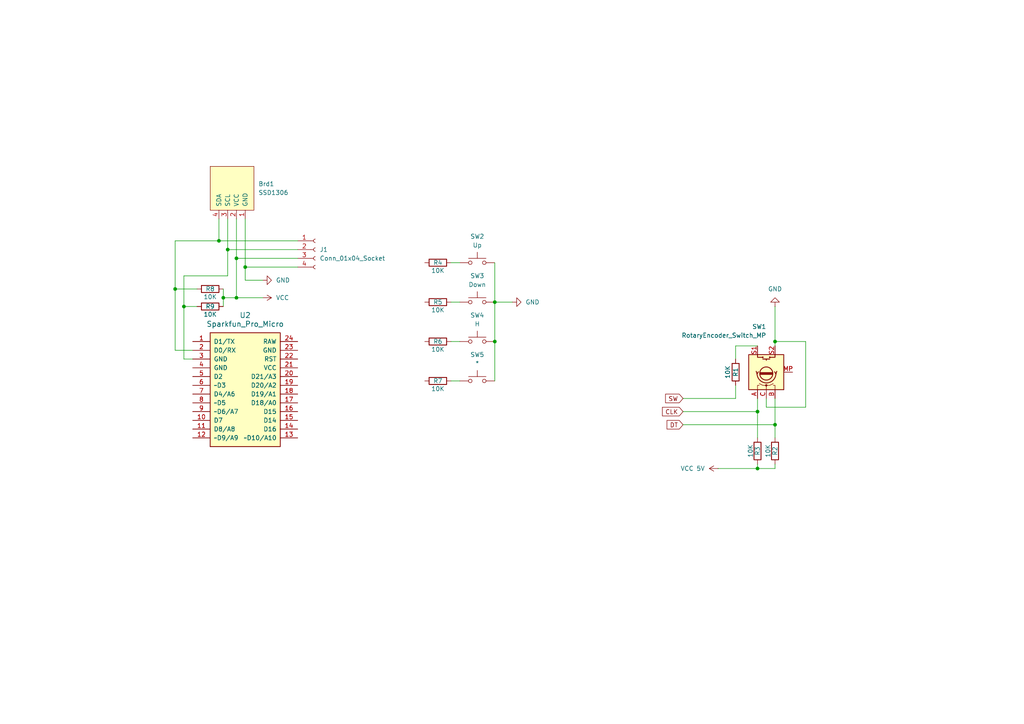
<source format=kicad_sch>
(kicad_sch (version 20250114) (generator "eeschema") (generator_version "9.0")
  (paper "A4")
  (lib_symbols
    (symbol "Arduino:Sparkfun_Pro_Micro" (pin_names (offset 1.016))
      (property "Reference" "U" (at -8.89 21.59 0))
      (property "Value" "Sparkfun_Pro_Micro" (at 0 19.05 0))
      (symbol "Sparkfun_Pro_Micro_0_1"
        (rectangle (start -10.16 17.78) (end 10.16 -15.24) (stroke (width 0.254)) (fill (type background)))
      )
      (symbol "Sparkfun_Pro_Micro_1_1"
        (pin bidirectional line (at -15.24 15.24 0) (length 5.08) (name "D1/TX") (number "1"))
        (pin bidirectional line (at -15.24 12.7 0) (length 5.08) (name "D0/RX") (number "2"))
        (pin power_in line (at -15.24 10.16 0) (length 5.08) (name "GND") (number "3"))
        (pin power_in line (at -15.24 7.62 0) (length 5.08) (name "GND") (number "4"))
        (pin bidirectional line (at -15.24 5.08 0) (length 5.08) (name "D2") (number "5"))
        (pin bidirectional line (at -15.24 2.54 0) (length 5.08) (name "~D3") (number "6"))
        (pin bidirectional line (at -15.24 0 0) (length 5.08) (name "D4/A6") (number "7"))
        (pin bidirectional line (at -15.24 -2.54 0) (length 5.08) (name "~D5") (number "8"))
        (pin bidirectional line (at -15.24 -5.08 0) (length 5.08) (name "~D6/A7") (number "9"))
        (pin bidirectional line (at -15.24 -7.62 0) (length 5.08) (name "D7") (number "10"))
        (pin bidirectional line (at -15.24 -10.16 0) (length 5.08) (name "D8/A8") (number "11"))
        (pin bidirectional line (at -15.24 -12.7 0) (length 5.08) (name "~D9/A9") (number "12"))
        (pin power_in line (at 15.24 15.24 180) (length 5.08) (name "RAW") (number "24"))
        (pin power_in line (at 15.24 12.7 180) (length 5.08) (name "GND") (number "23"))
        (pin input line (at 15.24 10.16 180) (length 5.08) (name "RST") (number "22"))
        (pin power_in line (at 15.24 7.62 180) (length 5.08) (name "VCC") (number "21"))
        (pin bidirectional line (at 15.24 5.08 180) (length 5.08) (name "D21/A3") (number "20"))
        (pin bidirectional line (at 15.24 2.54 180) (length 5.08) (name "D20/A2") (number "19"))
        (pin bidirectional line (at 15.24 0 180) (length 5.08) (name "D19/A1") (number "18"))
        (pin bidirectional line (at 15.24 -2.54 180) (length 5.08) (name "D18/A0") (number "17"))
        (pin bidirectional line (at 15.24 -5.08 180) (length 5.08) (name "D15") (number "16"))
        (pin bidirectional line (at 15.24 -7.62 180) (length 5.08) (name "D14") (number "15"))
        (pin bidirectional line (at 15.24 -10.16 180) (length 5.08) (name "D16") (number "14"))
        (pin bidirectional line (at 15.24 -12.7 180) (length 5.08) (name "~D10/A10") (number "13"))
      )
    )
    (symbol "Connector:Conn_01x04_Socket" (pin_names (offset 1.016) (hide yes))
      (property "Reference" "J" (at 0 5.08 0))
      (property "Value" "Conn_01x04_Socket" (at 0 -7.62 0))
      (symbol "Conn_01x04_Socket_1_1"
        (polyline (pts (xy -1.27 2.54) (xy -0.508 2.54)) (stroke (width 0.1524)))
        (polyline (pts (xy -1.27 0) (xy -0.508 0)) (stroke (width 0.1524)))
        (polyline (pts (xy -1.27 -2.54) (xy -0.508 -2.54)) (stroke (width 0.1524)))
        (polyline (pts (xy -1.27 -5.08) (xy -0.508 -5.08)) (stroke (width 0.1524)))
        (arc (start 0 2.032) (mid -0.5058 2.54) (end 0 3.048) (stroke (width 0.1524)))
        (arc (start 0 -0.508) (mid -0.5058 0) (end 0 0.508) (stroke (width 0.1524)))
        (arc (start 0 -3.048) (mid -0.5058 -2.54) (end 0 -2.032) (stroke (width 0.1524)))
        (arc (start 0 -5.588) (mid -0.5058 -5.08) (end 0 -4.572) (stroke (width 0.1524)))
        (pin passive line (at -5.08 2.54 0) (length 3.81) (name "Pin_1") (number "1"))
        (pin passive line (at -5.08 0 0) (length 3.81) (name "Pin_2") (number "2"))
        (pin passive line (at -5.08 -2.54 0) (length 3.81) (name "Pin_3") (number "3"))
        (pin passive line (at -5.08 -5.08 0) (length 3.81) (name "Pin_4") (number "4"))
      )
    )
    (symbol "Device:R" (pin_numbers (hide yes)) (pin_names (offset 0))
      (property "Reference" "R" (at 2.032 0 90))
      (property "Value" "R" (at 0 0 90))
      (symbol "R_0_1"
        (rectangle (start -1.016 -2.54) (end 1.016 2.54) (stroke (width 0.254)))
      )
      (symbol "R_1_1"
        (pin passive line (at 0 3.81 270) (length 1.27) (name "~") (number "1"))
        (pin passive line (at 0 -3.81 90) (length 1.27) (name "~") (number "2"))
      )
    )
    (symbol "Device:RotaryEncoder_Switch_MP" (pin_names (offset 0.254) (hide yes))
      (property "Reference" "SW" (at 0 8.89 0))
      (property "Value" "RotaryEncoder_Switch_MP" (at 0 6.35 0))
      (symbol "RotaryEncoder_Switch_MP_0_1"
        (rectangle (start -5.08 5.08) (end 5.08 -5.08) (stroke (width 0.254)) (fill (type background)))
        (polyline (pts (xy -5.08 2.54) (xy -3.81 2.54) (xy -3.81 2.032)))
        (polyline (pts (xy -5.08 0) (xy -3.81 0) (xy -3.81 -1.016) (xy -3.302 -2.032)))
        (polyline (pts (xy -5.08 -2.54) (xy -3.81 -2.54) (xy -3.81 -2.032)))
        (polyline (pts (xy -4.318 0) (xy -3.81 0) (xy -3.81 1.016) (xy -3.302 2.032)))
        (circle (center -3.81 0) (radius 0.254) (fill (type outline)))
        (polyline (pts (xy -0.635 -1.778) (xy -0.635 1.778)) (stroke (width 0.254)))
        (circle (center -0.381 0) (radius 1.905) (stroke (width 0.254)))
        (polyline (pts (xy -0.381 -1.778) (xy -0.381 1.778)) (stroke (width 0.254)))
        (arc (start -0.381 -2.794) (mid -3.0988 -0.0635) (end -0.381 2.667) (stroke (width 0.254)))
        (polyline (pts (xy -0.127 1.778) (xy -0.127 -1.778)) (stroke (width 0.254)))
        (polyline (pts (xy 0.254 2.921) (xy -0.508 2.667) (xy 0.127 2.286)) (stroke (width 0.254)))
        (polyline (pts (xy 0.254 -3.048) (xy -0.508 -2.794) (xy 0.127 -2.413)) (stroke (width 0.254)))
        (polyline (pts (xy 3.81 1.016) (xy 3.81 -1.016)) (stroke (width 0.254)))
        (polyline (pts (xy 3.81 0) (xy 3.429 0)) (stroke (width 0.254)))
        (circle (center 4.318 1.016) (radius 0.127) (stroke (width 0.254)))
        (circle (center 4.318 -1.016) (radius 0.127) (stroke (width 0.254)))
        (polyline (pts (xy 5.08 2.54) (xy 4.318 2.54) (xy 4.318 1.016)) (stroke (width 0.254)))
        (polyline (pts (xy 5.08 -2.54) (xy 4.318 -2.54) (xy 4.318 -1.016)) (stroke (width 0.254)))
      )
      (symbol "RotaryEncoder_Switch_MP_1_1"
        (pin passive line (at -7.62 2.54 0) (length 2.54) (name "A") (number "A"))
        (pin passive line (at -7.62 0 0) (length 2.54) (name "C") (number "C"))
        (pin passive line (at -7.62 -2.54 0) (length 2.54) (name "B") (number "B"))
        (pin passive line (at 0 -7.62 90) (length 2.54) (name "MP") (number "MP"))
        (pin passive line (at 7.62 2.54 180) (length 2.54) (name "S1") (number "S1"))
        (pin passive line (at 7.62 -2.54 180) (length 2.54) (name "S2") (number "S2"))
      )
    )
    (symbol "SSD1306-128x64_OLED:SSD1306" (pin_names (offset 1.016))
      (property "Reference" "Brd" (at 0 -3.81 0))
      (property "Value" "SSD1306" (at 0 -1.27 0))
      (symbol "SSD1306_0_1"
        (rectangle (start -6.35 6.35) (end 6.35 -6.35) (fill (type background)))
      )
      (symbol "SSD1306_1_1"
        (pin input line (at -3.81 8.89 270) (length 2.54) (name "GND") (number "1"))
        (pin input line (at -1.27 8.89 270) (length 2.54) (name "VCC") (number "2"))
        (pin input line (at 1.27 8.89 270) (length 2.54) (name "SCL") (number "3"))
        (pin input line (at 3.81 8.89 270) (length 2.54) (name "SDA") (number "4"))
      )
    )
    (symbol "Switch:SW_Push" (pin_numbers (hide yes)) (pin_names (offset 1.016) (hide yes))
      (property "Reference" "SW" (at 1.27 2.54 0))
      (property "Value" "SW_Push" (at 0 -1.524 0))
      (symbol "SW_Push_0_1"
        (circle (center -2.032 0) (radius 0.508))
        (polyline (pts (xy 0 1.27) (xy 0 3.048)))
        (circle (center 2.032 0) (radius 0.508))
        (polyline (pts (xy 2.54 1.27) (xy -2.54 1.27)))
        (pin passive line (at -5.08 0 0) (length 2.54) (name "1") (number "1"))
        (pin passive line (at 5.08 0 180) (length 2.54) (name "2") (number "2"))
      )
    )
    (symbol "power:GND" (power) (pin_numbers (hide yes)) (pin_names (offset 0) (hide yes))
      (property "Value" "GND" (at 0 -3.81 0))
      (symbol "GND_0_1"
        (polyline (pts (xy 0 0) (xy 0 -1.27) (xy 1.27 -1.27) (xy 0 -2.54) (xy -1.27 -1.27) (xy 0 -1.27)))
      )
      (symbol "GND_1_1"
        (pin power_in line (at 0 0 270) (length 0) (name "~") (number "1"))
      )
    )
    (symbol "power:VCC" (power) (pin_numbers (hide yes)) (pin_names (offset 0) (hide yes))
      (property "Value" "VCC" (at 0 3.556 0))
      (symbol "VCC_0_1"
        (polyline (pts (xy -0.762 1.27) (xy 0 2.54)))
        (polyline (pts (xy 0 2.54) (xy 0.762 1.27)))
        (polyline (pts (xy 0 0) (xy 0 2.54)))
      )
      (symbol "VCC_1_1"
        (pin power_in line (at 0 0 90) (length 0) (name "~") (number "1"))
      )
    )
  )
  (junction (at 63.5 69.85))
  (junction (at 143.51 99.06))
  (junction (at 219.71 135.89))
  (junction (at 71.12 77.47))
  (junction (at 219.71 119.38))
  (junction (at 224.79 99.06))
  (junction (at 224.79 123.19))
  (junction (at 53.34 88.9))
  (junction (at 143.51 87.63))
  (junction (at 68.58 74.93))
  (junction (at 66.04 72.39))
  (junction (at 64.77 86.36))
  (junction (at 50.8 83.82))
  (junction (at 68.58 86.36))
  (wire (pts (xy 50.8 101.6) (xy 50.8 83.82)))
  (wire (pts (xy 198.12 119.38) (xy 219.71 119.38)))
  (wire (pts (xy 130.81 110.49) (xy 133.35 110.49)))
  (wire (pts (xy 64.77 86.36) (xy 64.77 83.82)))
  (wire (pts (xy 71.12 81.28) (xy 76.2 81.28)))
  (wire (pts (xy 53.34 104.14) (xy 53.34 88.9)))
  (wire (pts (xy 219.71 135.89) (xy 224.79 135.89)))
  (wire (pts (xy 53.34 88.9) (xy 57.15 88.9)))
  (wire (pts (xy 208.28 135.89) (xy 219.71 135.89)))
  (wire (pts (xy 66.04 72.39) (xy 66.04 63.5)))
  (wire (pts (xy 224.79 99.06) (xy 233.68 99.06)))
  (wire (pts (xy 66.04 72.39) (xy 86.36 72.39)))
  (wire (pts (xy 130.81 99.06) (xy 133.35 99.06)))
  (wire (pts (xy 63.5 69.85) (xy 86.36 69.85)))
  (wire (pts (xy 71.12 77.47) (xy 86.36 77.47)))
  (wire (pts (xy 224.79 127) (xy 224.79 123.19)))
  (wire (pts (xy 222.25 118.11) (xy 222.25 115.57)))
  (wire (pts (xy 55.88 101.6) (xy 50.8 101.6)))
  (wire (pts (xy 224.79 99.06) (xy 224.79 88.9)))
  (wire (pts (xy 224.79 100.33) (xy 224.79 99.06)))
  (wire (pts (xy 233.68 118.11) (xy 222.25 118.11)))
  (wire (pts (xy 219.71 115.57) (xy 219.71 119.38)))
  (wire (pts (xy 53.34 80.01) (xy 66.04 80.01)))
  (wire (pts (xy 68.58 86.36) (xy 64.77 86.36)))
  (wire (pts (xy 143.51 76.2) (xy 143.51 87.63)))
  (wire (pts (xy 63.5 69.85) (xy 50.8 69.85)))
  (wire (pts (xy 68.58 86.36) (xy 68.58 74.93)))
  (wire (pts (xy 198.12 123.19) (xy 224.79 123.19)))
  (wire (pts (xy 224.79 135.89) (xy 224.79 134.62)))
  (wire (pts (xy 233.68 99.06) (xy 233.68 118.11)))
  (wire (pts (xy 68.58 74.93) (xy 86.36 74.93)))
  (wire (pts (xy 143.51 87.63) (xy 143.51 99.06)))
  (wire (pts (xy 213.36 104.14) (xy 213.36 100.33)))
  (wire (pts (xy 219.71 135.89) (xy 219.71 134.62)))
  (wire (pts (xy 64.77 86.36) (xy 64.77 88.9)))
  (wire (pts (xy 55.88 104.14) (xy 53.34 104.14)))
  (wire (pts (xy 143.51 99.06) (xy 143.51 110.49)))
  (wire (pts (xy 213.36 100.33) (xy 219.71 100.33)))
  (wire (pts (xy 130.81 76.2) (xy 133.35 76.2)))
  (wire (pts (xy 50.8 83.82) (xy 50.8 69.85)))
  (wire (pts (xy 198.12 115.57) (xy 213.36 115.57)))
  (wire (pts (xy 71.12 63.5) (xy 71.12 77.47)))
  (wire (pts (xy 63.5 69.85) (xy 63.5 63.5)))
  (wire (pts (xy 213.36 115.57) (xy 213.36 111.76)))
  (wire (pts (xy 219.71 119.38) (xy 219.71 127)))
  (wire (pts (xy 66.04 72.39) (xy 66.04 80.01)))
  (wire (pts (xy 76.2 86.36) (xy 68.58 86.36)))
  (wire (pts (xy 68.58 74.93) (xy 68.58 63.5)))
  (wire (pts (xy 71.12 81.28) (xy 71.12 77.47)))
  (wire (pts (xy 53.34 88.9) (xy 53.34 80.01)))
  (wire (pts (xy 143.51 87.63) (xy 148.59 87.63)))
  (wire (pts (xy 224.79 115.57) (xy 224.79 123.19)))
  (wire (pts (xy 130.81 87.63) (xy 133.35 87.63)))
  (wire (pts (xy 50.8 83.82) (xy 57.15 83.82)))
  (global_label "DT" (shape input) (at 198.12 123.19 180) (property "Intersheetrefs" "${INTERSHEET_REFS}" (effects (hide yes))))
  (global_label "SW" (shape input) (at 198.12 115.57 180) (property "Intersheetrefs" "${INTERSHEET_REFS}" (effects (hide yes))))
  (global_label "CLK" (shape input) (at 198.12 119.38 180) (property "Intersheetrefs" "${INTERSHEET_REFS}" (effects (hide yes))))
  (symbol (lib_id "Switch:SW_Push") (at 138.43 99.06 0) (unit 1)
    (property "Reference" "SW4" (at 138.43 91.44 0))
    (property "Value" "H" (at 138.43 93.98 0))
    (property "Footprint" "Button_Switch_SMD:SW_SPST_CK_RS282G05A3" (effects (hide yes)))
    (property "Description" "Push button switch, generic, two pins" (effects (hide yes)))
  )
  (symbol (lib_id "SSD1306-128x64_OLED:SSD1306") (at 67.31 54.61 180) (unit 1)
    (property "Reference" "Brd1" (at 74.93 53.3399 0) (effects (justify right)))
    (property "Value" "SSD1306" (at 74.93 55.8799 0) (effects (justify right)))
    (property "Footprint" "SSD1306:128x64OLED" (effects (hide yes)))
    (property "Description" "SSD1306 OLED" (effects (hide yes)))
  )
  (symbol (lib_id "Device:R") (at 127 76.2 270) (unit 1)
    (property "Reference" "R4" (at 127 76.2 90))
    (property "Value" "10K" (at 127 78.486 90))
    (property "Footprint" "Resistor_THT:R_Axial_DIN0204_L3.6mm_D1.6mm_P5.08mm_Horizontal" (effects (hide yes)))
    (property "Description" "Resistor" (effects (hide yes)))
  )
  (symbol (lib_id "Switch:SW_Push") (at 138.43 87.63 0) (unit 1)
    (property "Reference" "SW3" (at 138.43 80.01 0))
    (property "Value" "Down" (at 138.43 82.55 0))
    (property "Footprint" "Button_Switch_SMD:SW_SPST_CK_RS282G05A3" (effects (hide yes)))
    (property "Description" "Push button switch, generic, two pins" (effects (hide yes)))
  )
  (symbol (lib_id "Device:R") (at 127 110.49 270) (unit 1)
    (property "Reference" "R7" (at 127 110.49 90))
    (property "Value" "10K" (at 127 112.776 90))
    (property "Footprint" "Resistor_THT:R_Axial_DIN0204_L3.6mm_D1.6mm_P5.08mm_Horizontal" (effects (hide yes)))
    (property "Description" "Resistor" (effects (hide yes)))
  )
  (symbol (lib_id "power:GND") (at 148.59 87.63 90) (unit 1)
    (property "Reference" "#PWR01" (effects (hide yes)))
    (property "Value" "GND" (at 152.4 87.6299 90) (effects (justify right)))
    (property "Description" "Power symbol creates a global label with name \"GND\" , ground" (effects (hide yes)))
  )
  (symbol (lib_id "Device:R") (at 224.79 130.81 180) (unit 1)
    (property "Reference" "R2" (at 224.79 130.81 90))
    (property "Value" "10K" (at 222.758 130.81 90))
    (property "Footprint" "Resistor_THT:R_Axial_DIN0204_L3.6mm_D1.6mm_P5.08mm_Horizontal" (effects (hide yes)))
    (property "Description" "Resistor" (effects (hide yes)))
  )
  (symbol (lib_id "power:VCC") (at 208.28 135.89 90) (unit 1)
    (property "Reference" "#PWR02" (effects (hide yes)))
    (property "Value" "VCC 5V" (at 204.47 135.8899 90) (effects (justify left)))
    (property "Description" "Power symbol creates a global label with name \"VCC\"" (effects (hide yes)))
  )
  (symbol (lib_id "power:GND") (at 76.2 81.28 90) (unit 1)
    (property "Reference" "#PWR05" (effects (hide yes)))
    (property "Value" "GND" (at 80.01 81.2799 90) (effects (justify right)))
    (property "Description" "Power symbol creates a global label with name \"GND\" , ground" (effects (hide yes)))
  )
  (symbol (lib_id "Switch:SW_Push") (at 138.43 76.2 0) (unit 1)
    (property "Reference" "SW2" (at 138.43 68.58 0))
    (property "Value" "Up" (at 138.43 71.12 0))
    (property "Footprint" "Button_Switch_SMD:SW_SPST_CK_RS282G05A3" (effects (hide yes)))
    (property "Description" "Push button switch, generic, two pins" (effects (hide yes)))
  )
  (symbol (lib_id "Arduino:Sparkfun_Pro_Micro") (at 71.12 114.3 0) (unit 1)
    (property "Reference" "U2" (at 71.12 91.44 0) (effects (font (size 1.524 1.524))))
    (property "Value" "Sparkfun_Pro_Micro" (at 71.12 93.98 0) (effects (font (size 1.524 1.524))))
    (property "Footprint" "Arduino:Sparkfun_Pro_Micro" (effects (hide yes)))
    (property "Datasheet" "https://www.sparkfun.com/products/12640" (effects (hide yes)))
    (property "Description" "Sparkfun Pro Micro" (effects (hide yes)))
  )
  (symbol (lib_id "Device:R") (at 219.71 130.81 0) (unit 1)
    (property "Reference" "R3" (at 219.71 130.81 90))
    (property "Value" "10K" (at 217.678 130.81 90) (effects (font (thickness 0.1588))))
    (property "Footprint" "Resistor_THT:R_Axial_DIN0204_L3.6mm_D1.6mm_P5.08mm_Horizontal" (effects (hide yes)))
    (property "Description" "Resistor" (effects (hide yes)))
  )
  (symbol (lib_id "Switch:SW_Push") (at 138.43 110.49 0) (unit 1)
    (property "Reference" "SW5" (at 138.43 102.87 0))
    (property "Value" "*" (at 138.43 105.41 0))
    (property "Footprint" "Button_Switch_SMD:SW_SPST_CK_RS282G05A3" (effects (hide yes)))
    (property "Description" "Push button switch, generic, two pins" (effects (hide yes)))
  )
  (symbol (lib_id "Device:R") (at 127 87.63 270) (unit 1)
    (property "Reference" "R5" (at 127 87.63 90))
    (property "Value" "10K" (at 127 89.916 90))
    (property "Footprint" "Resistor_THT:R_Axial_DIN0204_L3.6mm_D1.6mm_P5.08mm_Horizontal" (effects (hide yes)))
    (property "Description" "Resistor" (effects (hide yes)))
  )
  (symbol (lib_id "power:VCC") (at 76.2 86.36 270) (unit 1)
    (property "Reference" "#PWR04" (effects (hide yes)))
    (property "Value" "VCC" (at 80.01 86.3599 90) (effects (justify left)))
    (property "Description" "Power symbol creates a global label with name \"VCC\"" (effects (hide yes)))
  )
  (symbol (lib_id "Device:RotaryEncoder_Switch_MP") (at 222.25 107.95 90) (unit 1)
    (property "Reference" "SW1" (at 222.25 94.742 90) (effects (justify left)))
    (property "Value" "RotaryEncoder_Switch_MP" (at 222.25 97.282 90) (effects (justify left)))
    (property "Footprint" "Rotary_Encoder:RotaryEncoder_Alps_EC11E-Switch_Vertical_H20mm" (effects (hide yes)))
    (property "Description" "Rotary encoder, dual channel, incremental quadrate outputs, with switch and MP Pin" (effects (hide yes)))
  )
  (symbol (lib_id "Device:R") (at 60.96 88.9 270) (unit 1)
    (property "Reference" "R9" (at 60.96 88.9 90))
    (property "Value" "10K" (at 60.96 91.186 90))
    (property "Footprint" "Resistor_THT:R_Axial_DIN0204_L3.6mm_D1.6mm_P5.08mm_Horizontal" (effects (hide yes)))
    (property "Description" "Resistor" (effects (hide yes)))
  )
  (symbol (lib_id "Device:R") (at 127 99.06 270) (unit 1)
    (property "Reference" "R6" (at 127 99.06 90))
    (property "Value" "10K" (at 127 101.346 90))
    (property "Footprint" "Resistor_THT:R_Axial_DIN0204_L3.6mm_D1.6mm_P5.08mm_Horizontal" (effects (hide yes)))
    (property "Description" "Resistor" (effects (hide yes)))
  )
  (symbol (lib_id "power:GND") (at 224.79 88.9 180) (unit 1)
    (property "Reference" "#PWR03" (effects (hide yes)))
    (property "Value" "GND" (at 224.79 83.82 0))
    (property "Description" "Power symbol creates a global label with name \"GND\" , ground" (effects (hide yes)))
  )
  (symbol (lib_id "Connector:Conn_01x04_Socket") (at 91.44 72.39 0) (unit 1)
    (property "Reference" "J1" (at 92.71 72.3899 0) (effects (justify left)))
    (property "Value" "Conn_01x04_Socket" (at 92.71 74.9299 0) (effects (justify left)))
    (property "Footprint" "Connector_Samtec:Samtec_FMC_ASP-134486-01_10x40_P1.27mm_Vertical" (effects (hide yes)))
    (property "Description" "Generic connector, single row, 01x04, script generated" (effects (hide yes)))
  )
  (symbol (lib_id "Device:R") (at 213.36 107.95 180) (unit 1)
    (property "Reference" "R1" (at 213.36 107.95 90))
    (property "Value" "10K" (at 211.074 107.95 90))
    (property "Footprint" "Resistor_THT:R_Axial_DIN0204_L3.6mm_D1.6mm_P5.08mm_Horizontal" (effects (hide yes)))
    (property "Description" "Resistor" (effects (hide yes)))
  )
  (symbol (lib_id "Device:R") (at 60.96 83.82 270) (unit 1)
    (property "Reference" "R8" (at 60.96 83.82 90))
    (property "Value" "10K" (at 60.96 86.106 90))
    (property "Footprint" "Resistor_THT:R_Axial_DIN0204_L3.6mm_D1.6mm_P5.08mm_Horizontal" (effects (hide yes)))
    (property "Description" "Resistor" (effects (hide yes)))
  )
)
</source>
